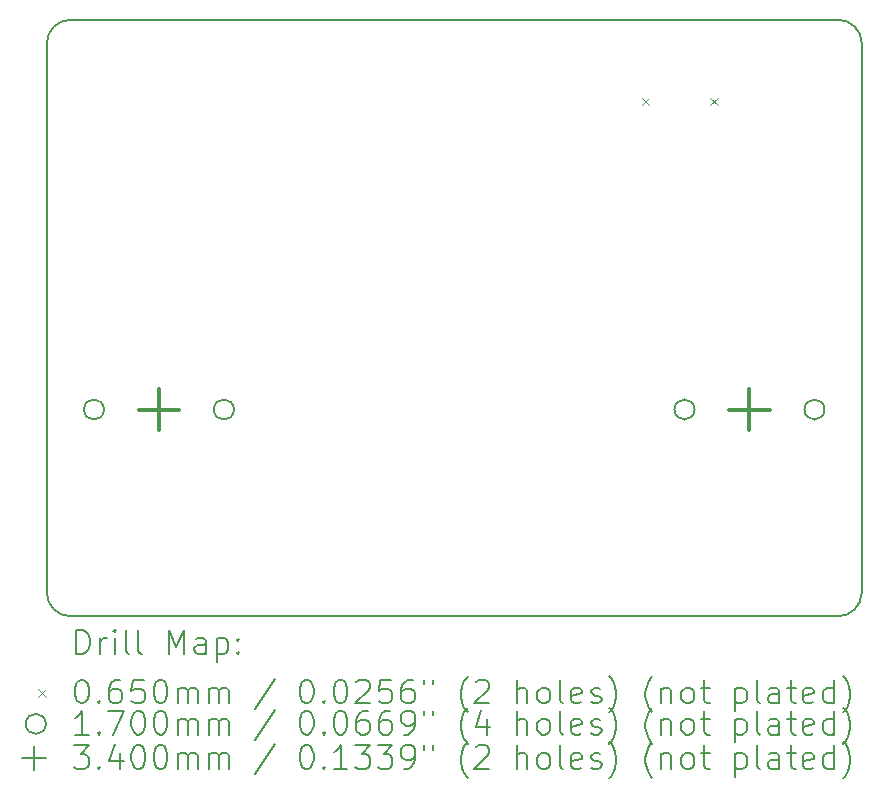
<source format=gbr>
%FSLAX45Y45*%
G04 Gerber Fmt 4.5, Leading zero omitted, Abs format (unit mm)*
G04 Created by KiCad (PCBNEW (6.0.0)) date 2021-12-27 13:21:02*
%MOMM*%
%LPD*%
G01*
G04 APERTURE LIST*
%TA.AperFunction,Profile*%
%ADD10C,0.150000*%
%TD*%
%ADD11C,0.200000*%
%ADD12C,0.065000*%
%ADD13C,0.170000*%
%ADD14C,0.340000*%
G04 APERTURE END LIST*
D10*
X6700000Y-5050000D02*
G75*
G03*
X6900000Y-4850000I0J200000D01*
G01*
X0Y-4850000D02*
G75*
G03*
X200000Y-5050000I200000J0D01*
G01*
X200000Y0D02*
G75*
G03*
X0Y-200000I0J-200000D01*
G01*
X6900000Y-200000D02*
G75*
G03*
X6700000Y0I-200000J0D01*
G01*
X0Y-4850000D02*
X0Y-200000D01*
X6700000Y-5050000D02*
X200000Y-5050000D01*
X6900000Y-200000D02*
X6900000Y-4850000D01*
X200000Y0D02*
X6700000Y0D01*
D11*
D12*
X5037900Y-659300D02*
X5102900Y-724300D01*
X5102900Y-659300D02*
X5037900Y-724300D01*
X5615900Y-659300D02*
X5680900Y-724300D01*
X5680900Y-659300D02*
X5615900Y-724300D01*
D13*
X485000Y-3300000D02*
G75*
G03*
X485000Y-3300000I-85000J0D01*
G01*
X1585000Y-3300000D02*
G75*
G03*
X1585000Y-3300000I-85000J0D01*
G01*
X5485000Y-3300000D02*
G75*
G03*
X5485000Y-3300000I-85000J0D01*
G01*
X6585000Y-3300000D02*
G75*
G03*
X6585000Y-3300000I-85000J0D01*
G01*
D14*
X950000Y-3130000D02*
X950000Y-3470000D01*
X780000Y-3300000D02*
X1120000Y-3300000D01*
X5950000Y-3130000D02*
X5950000Y-3470000D01*
X5780000Y-3300000D02*
X6120000Y-3300000D01*
D11*
X250119Y-5367976D02*
X250119Y-5167976D01*
X297738Y-5167976D01*
X326310Y-5177500D01*
X345357Y-5196548D01*
X354881Y-5215595D01*
X364405Y-5253690D01*
X364405Y-5282262D01*
X354881Y-5320357D01*
X345357Y-5339405D01*
X326310Y-5358452D01*
X297738Y-5367976D01*
X250119Y-5367976D01*
X450119Y-5367976D02*
X450119Y-5234643D01*
X450119Y-5272738D02*
X459643Y-5253690D01*
X469167Y-5244167D01*
X488214Y-5234643D01*
X507262Y-5234643D01*
X573929Y-5367976D02*
X573929Y-5234643D01*
X573929Y-5167976D02*
X564405Y-5177500D01*
X573929Y-5187024D01*
X583452Y-5177500D01*
X573929Y-5167976D01*
X573929Y-5187024D01*
X697738Y-5367976D02*
X678690Y-5358452D01*
X669167Y-5339405D01*
X669167Y-5167976D01*
X802500Y-5367976D02*
X783452Y-5358452D01*
X773928Y-5339405D01*
X773928Y-5167976D01*
X1031071Y-5367976D02*
X1031071Y-5167976D01*
X1097738Y-5310833D01*
X1164405Y-5167976D01*
X1164405Y-5367976D01*
X1345357Y-5367976D02*
X1345357Y-5263214D01*
X1335833Y-5244167D01*
X1316786Y-5234643D01*
X1278690Y-5234643D01*
X1259643Y-5244167D01*
X1345357Y-5358452D02*
X1326310Y-5367976D01*
X1278690Y-5367976D01*
X1259643Y-5358452D01*
X1250119Y-5339405D01*
X1250119Y-5320357D01*
X1259643Y-5301310D01*
X1278690Y-5291786D01*
X1326310Y-5291786D01*
X1345357Y-5282262D01*
X1440595Y-5234643D02*
X1440595Y-5434643D01*
X1440595Y-5244167D02*
X1459643Y-5234643D01*
X1497738Y-5234643D01*
X1516786Y-5244167D01*
X1526309Y-5253690D01*
X1535833Y-5272738D01*
X1535833Y-5329881D01*
X1526309Y-5348929D01*
X1516786Y-5358452D01*
X1497738Y-5367976D01*
X1459643Y-5367976D01*
X1440595Y-5358452D01*
X1621548Y-5348929D02*
X1631071Y-5358452D01*
X1621548Y-5367976D01*
X1612024Y-5358452D01*
X1621548Y-5348929D01*
X1621548Y-5367976D01*
X1621548Y-5244167D02*
X1631071Y-5253690D01*
X1621548Y-5263214D01*
X1612024Y-5253690D01*
X1621548Y-5244167D01*
X1621548Y-5263214D01*
D12*
X-72500Y-5665000D02*
X-7500Y-5730000D01*
X-7500Y-5665000D02*
X-72500Y-5730000D01*
D11*
X288214Y-5587976D02*
X307262Y-5587976D01*
X326310Y-5597500D01*
X335833Y-5607024D01*
X345357Y-5626071D01*
X354881Y-5664167D01*
X354881Y-5711786D01*
X345357Y-5749881D01*
X335833Y-5768928D01*
X326310Y-5778452D01*
X307262Y-5787976D01*
X288214Y-5787976D01*
X269167Y-5778452D01*
X259643Y-5768928D01*
X250119Y-5749881D01*
X240595Y-5711786D01*
X240595Y-5664167D01*
X250119Y-5626071D01*
X259643Y-5607024D01*
X269167Y-5597500D01*
X288214Y-5587976D01*
X440595Y-5768928D02*
X450119Y-5778452D01*
X440595Y-5787976D01*
X431071Y-5778452D01*
X440595Y-5768928D01*
X440595Y-5787976D01*
X621548Y-5587976D02*
X583452Y-5587976D01*
X564405Y-5597500D01*
X554881Y-5607024D01*
X535833Y-5635595D01*
X526310Y-5673690D01*
X526310Y-5749881D01*
X535833Y-5768928D01*
X545357Y-5778452D01*
X564405Y-5787976D01*
X602500Y-5787976D01*
X621548Y-5778452D01*
X631071Y-5768928D01*
X640595Y-5749881D01*
X640595Y-5702262D01*
X631071Y-5683214D01*
X621548Y-5673690D01*
X602500Y-5664167D01*
X564405Y-5664167D01*
X545357Y-5673690D01*
X535833Y-5683214D01*
X526310Y-5702262D01*
X821548Y-5587976D02*
X726309Y-5587976D01*
X716786Y-5683214D01*
X726309Y-5673690D01*
X745357Y-5664167D01*
X792976Y-5664167D01*
X812024Y-5673690D01*
X821548Y-5683214D01*
X831071Y-5702262D01*
X831071Y-5749881D01*
X821548Y-5768928D01*
X812024Y-5778452D01*
X792976Y-5787976D01*
X745357Y-5787976D01*
X726309Y-5778452D01*
X716786Y-5768928D01*
X954881Y-5587976D02*
X973928Y-5587976D01*
X992976Y-5597500D01*
X1002500Y-5607024D01*
X1012024Y-5626071D01*
X1021548Y-5664167D01*
X1021548Y-5711786D01*
X1012024Y-5749881D01*
X1002500Y-5768928D01*
X992976Y-5778452D01*
X973928Y-5787976D01*
X954881Y-5787976D01*
X935833Y-5778452D01*
X926309Y-5768928D01*
X916786Y-5749881D01*
X907262Y-5711786D01*
X907262Y-5664167D01*
X916786Y-5626071D01*
X926309Y-5607024D01*
X935833Y-5597500D01*
X954881Y-5587976D01*
X1107262Y-5787976D02*
X1107262Y-5654643D01*
X1107262Y-5673690D02*
X1116786Y-5664167D01*
X1135833Y-5654643D01*
X1164405Y-5654643D01*
X1183452Y-5664167D01*
X1192976Y-5683214D01*
X1192976Y-5787976D01*
X1192976Y-5683214D02*
X1202500Y-5664167D01*
X1221548Y-5654643D01*
X1250119Y-5654643D01*
X1269167Y-5664167D01*
X1278690Y-5683214D01*
X1278690Y-5787976D01*
X1373929Y-5787976D02*
X1373929Y-5654643D01*
X1373929Y-5673690D02*
X1383452Y-5664167D01*
X1402500Y-5654643D01*
X1431071Y-5654643D01*
X1450119Y-5664167D01*
X1459643Y-5683214D01*
X1459643Y-5787976D01*
X1459643Y-5683214D02*
X1469167Y-5664167D01*
X1488214Y-5654643D01*
X1516786Y-5654643D01*
X1535833Y-5664167D01*
X1545357Y-5683214D01*
X1545357Y-5787976D01*
X1935833Y-5578452D02*
X1764405Y-5835595D01*
X2192976Y-5587976D02*
X2212024Y-5587976D01*
X2231071Y-5597500D01*
X2240595Y-5607024D01*
X2250119Y-5626071D01*
X2259643Y-5664167D01*
X2259643Y-5711786D01*
X2250119Y-5749881D01*
X2240595Y-5768928D01*
X2231071Y-5778452D01*
X2212024Y-5787976D01*
X2192976Y-5787976D01*
X2173929Y-5778452D01*
X2164405Y-5768928D01*
X2154881Y-5749881D01*
X2145357Y-5711786D01*
X2145357Y-5664167D01*
X2154881Y-5626071D01*
X2164405Y-5607024D01*
X2173929Y-5597500D01*
X2192976Y-5587976D01*
X2345357Y-5768928D02*
X2354881Y-5778452D01*
X2345357Y-5787976D01*
X2335833Y-5778452D01*
X2345357Y-5768928D01*
X2345357Y-5787976D01*
X2478690Y-5587976D02*
X2497738Y-5587976D01*
X2516786Y-5597500D01*
X2526310Y-5607024D01*
X2535833Y-5626071D01*
X2545357Y-5664167D01*
X2545357Y-5711786D01*
X2535833Y-5749881D01*
X2526310Y-5768928D01*
X2516786Y-5778452D01*
X2497738Y-5787976D01*
X2478690Y-5787976D01*
X2459643Y-5778452D01*
X2450119Y-5768928D01*
X2440595Y-5749881D01*
X2431071Y-5711786D01*
X2431071Y-5664167D01*
X2440595Y-5626071D01*
X2450119Y-5607024D01*
X2459643Y-5597500D01*
X2478690Y-5587976D01*
X2621548Y-5607024D02*
X2631071Y-5597500D01*
X2650119Y-5587976D01*
X2697738Y-5587976D01*
X2716786Y-5597500D01*
X2726310Y-5607024D01*
X2735833Y-5626071D01*
X2735833Y-5645119D01*
X2726310Y-5673690D01*
X2612024Y-5787976D01*
X2735833Y-5787976D01*
X2916786Y-5587976D02*
X2821548Y-5587976D01*
X2812024Y-5683214D01*
X2821548Y-5673690D01*
X2840595Y-5664167D01*
X2888214Y-5664167D01*
X2907262Y-5673690D01*
X2916786Y-5683214D01*
X2926309Y-5702262D01*
X2926309Y-5749881D01*
X2916786Y-5768928D01*
X2907262Y-5778452D01*
X2888214Y-5787976D01*
X2840595Y-5787976D01*
X2821548Y-5778452D01*
X2812024Y-5768928D01*
X3097738Y-5587976D02*
X3059643Y-5587976D01*
X3040595Y-5597500D01*
X3031071Y-5607024D01*
X3012024Y-5635595D01*
X3002500Y-5673690D01*
X3002500Y-5749881D01*
X3012024Y-5768928D01*
X3021548Y-5778452D01*
X3040595Y-5787976D01*
X3078690Y-5787976D01*
X3097738Y-5778452D01*
X3107262Y-5768928D01*
X3116786Y-5749881D01*
X3116786Y-5702262D01*
X3107262Y-5683214D01*
X3097738Y-5673690D01*
X3078690Y-5664167D01*
X3040595Y-5664167D01*
X3021548Y-5673690D01*
X3012024Y-5683214D01*
X3002500Y-5702262D01*
X3192976Y-5587976D02*
X3192976Y-5626071D01*
X3269167Y-5587976D02*
X3269167Y-5626071D01*
X3564405Y-5864167D02*
X3554881Y-5854643D01*
X3535833Y-5826071D01*
X3526309Y-5807024D01*
X3516786Y-5778452D01*
X3507262Y-5730833D01*
X3507262Y-5692738D01*
X3516786Y-5645119D01*
X3526309Y-5616548D01*
X3535833Y-5597500D01*
X3554881Y-5568929D01*
X3564405Y-5559405D01*
X3631071Y-5607024D02*
X3640595Y-5597500D01*
X3659643Y-5587976D01*
X3707262Y-5587976D01*
X3726309Y-5597500D01*
X3735833Y-5607024D01*
X3745357Y-5626071D01*
X3745357Y-5645119D01*
X3735833Y-5673690D01*
X3621548Y-5787976D01*
X3745357Y-5787976D01*
X3983452Y-5787976D02*
X3983452Y-5587976D01*
X4069167Y-5787976D02*
X4069167Y-5683214D01*
X4059643Y-5664167D01*
X4040595Y-5654643D01*
X4012024Y-5654643D01*
X3992976Y-5664167D01*
X3983452Y-5673690D01*
X4192976Y-5787976D02*
X4173928Y-5778452D01*
X4164405Y-5768928D01*
X4154881Y-5749881D01*
X4154881Y-5692738D01*
X4164405Y-5673690D01*
X4173928Y-5664167D01*
X4192976Y-5654643D01*
X4221548Y-5654643D01*
X4240595Y-5664167D01*
X4250119Y-5673690D01*
X4259643Y-5692738D01*
X4259643Y-5749881D01*
X4250119Y-5768928D01*
X4240595Y-5778452D01*
X4221548Y-5787976D01*
X4192976Y-5787976D01*
X4373929Y-5787976D02*
X4354881Y-5778452D01*
X4345357Y-5759405D01*
X4345357Y-5587976D01*
X4526310Y-5778452D02*
X4507262Y-5787976D01*
X4469167Y-5787976D01*
X4450119Y-5778452D01*
X4440595Y-5759405D01*
X4440595Y-5683214D01*
X4450119Y-5664167D01*
X4469167Y-5654643D01*
X4507262Y-5654643D01*
X4526310Y-5664167D01*
X4535833Y-5683214D01*
X4535833Y-5702262D01*
X4440595Y-5721309D01*
X4612024Y-5778452D02*
X4631071Y-5787976D01*
X4669167Y-5787976D01*
X4688214Y-5778452D01*
X4697738Y-5759405D01*
X4697738Y-5749881D01*
X4688214Y-5730833D01*
X4669167Y-5721309D01*
X4640595Y-5721309D01*
X4621548Y-5711786D01*
X4612024Y-5692738D01*
X4612024Y-5683214D01*
X4621548Y-5664167D01*
X4640595Y-5654643D01*
X4669167Y-5654643D01*
X4688214Y-5664167D01*
X4764405Y-5864167D02*
X4773929Y-5854643D01*
X4792976Y-5826071D01*
X4802500Y-5807024D01*
X4812024Y-5778452D01*
X4821548Y-5730833D01*
X4821548Y-5692738D01*
X4812024Y-5645119D01*
X4802500Y-5616548D01*
X4792976Y-5597500D01*
X4773929Y-5568929D01*
X4764405Y-5559405D01*
X5126310Y-5864167D02*
X5116786Y-5854643D01*
X5097738Y-5826071D01*
X5088214Y-5807024D01*
X5078690Y-5778452D01*
X5069167Y-5730833D01*
X5069167Y-5692738D01*
X5078690Y-5645119D01*
X5088214Y-5616548D01*
X5097738Y-5597500D01*
X5116786Y-5568929D01*
X5126310Y-5559405D01*
X5202500Y-5654643D02*
X5202500Y-5787976D01*
X5202500Y-5673690D02*
X5212024Y-5664167D01*
X5231071Y-5654643D01*
X5259643Y-5654643D01*
X5278690Y-5664167D01*
X5288214Y-5683214D01*
X5288214Y-5787976D01*
X5412024Y-5787976D02*
X5392976Y-5778452D01*
X5383452Y-5768928D01*
X5373929Y-5749881D01*
X5373929Y-5692738D01*
X5383452Y-5673690D01*
X5392976Y-5664167D01*
X5412024Y-5654643D01*
X5440595Y-5654643D01*
X5459643Y-5664167D01*
X5469167Y-5673690D01*
X5478690Y-5692738D01*
X5478690Y-5749881D01*
X5469167Y-5768928D01*
X5459643Y-5778452D01*
X5440595Y-5787976D01*
X5412024Y-5787976D01*
X5535833Y-5654643D02*
X5612024Y-5654643D01*
X5564405Y-5587976D02*
X5564405Y-5759405D01*
X5573929Y-5778452D01*
X5592976Y-5787976D01*
X5612024Y-5787976D01*
X5831071Y-5654643D02*
X5831071Y-5854643D01*
X5831071Y-5664167D02*
X5850119Y-5654643D01*
X5888214Y-5654643D01*
X5907262Y-5664167D01*
X5916786Y-5673690D01*
X5926309Y-5692738D01*
X5926309Y-5749881D01*
X5916786Y-5768928D01*
X5907262Y-5778452D01*
X5888214Y-5787976D01*
X5850119Y-5787976D01*
X5831071Y-5778452D01*
X6040595Y-5787976D02*
X6021548Y-5778452D01*
X6012024Y-5759405D01*
X6012024Y-5587976D01*
X6202500Y-5787976D02*
X6202500Y-5683214D01*
X6192976Y-5664167D01*
X6173928Y-5654643D01*
X6135833Y-5654643D01*
X6116786Y-5664167D01*
X6202500Y-5778452D02*
X6183452Y-5787976D01*
X6135833Y-5787976D01*
X6116786Y-5778452D01*
X6107262Y-5759405D01*
X6107262Y-5740357D01*
X6116786Y-5721309D01*
X6135833Y-5711786D01*
X6183452Y-5711786D01*
X6202500Y-5702262D01*
X6269167Y-5654643D02*
X6345357Y-5654643D01*
X6297738Y-5587976D02*
X6297738Y-5759405D01*
X6307262Y-5778452D01*
X6326309Y-5787976D01*
X6345357Y-5787976D01*
X6488214Y-5778452D02*
X6469167Y-5787976D01*
X6431071Y-5787976D01*
X6412024Y-5778452D01*
X6402500Y-5759405D01*
X6402500Y-5683214D01*
X6412024Y-5664167D01*
X6431071Y-5654643D01*
X6469167Y-5654643D01*
X6488214Y-5664167D01*
X6497738Y-5683214D01*
X6497738Y-5702262D01*
X6402500Y-5721309D01*
X6669167Y-5787976D02*
X6669167Y-5587976D01*
X6669167Y-5778452D02*
X6650119Y-5787976D01*
X6612024Y-5787976D01*
X6592976Y-5778452D01*
X6583452Y-5768928D01*
X6573928Y-5749881D01*
X6573928Y-5692738D01*
X6583452Y-5673690D01*
X6592976Y-5664167D01*
X6612024Y-5654643D01*
X6650119Y-5654643D01*
X6669167Y-5664167D01*
X6745357Y-5864167D02*
X6754881Y-5854643D01*
X6773928Y-5826071D01*
X6783452Y-5807024D01*
X6792976Y-5778452D01*
X6802500Y-5730833D01*
X6802500Y-5692738D01*
X6792976Y-5645119D01*
X6783452Y-5616548D01*
X6773928Y-5597500D01*
X6754881Y-5568929D01*
X6745357Y-5559405D01*
D13*
X-7500Y-5961500D02*
G75*
G03*
X-7500Y-5961500I-85000J0D01*
G01*
D11*
X354881Y-6051976D02*
X240595Y-6051976D01*
X297738Y-6051976D02*
X297738Y-5851976D01*
X278690Y-5880548D01*
X259643Y-5899595D01*
X240595Y-5909119D01*
X440595Y-6032928D02*
X450119Y-6042452D01*
X440595Y-6051976D01*
X431071Y-6042452D01*
X440595Y-6032928D01*
X440595Y-6051976D01*
X516786Y-5851976D02*
X650119Y-5851976D01*
X564405Y-6051976D01*
X764405Y-5851976D02*
X783452Y-5851976D01*
X802500Y-5861500D01*
X812024Y-5871024D01*
X821548Y-5890071D01*
X831071Y-5928167D01*
X831071Y-5975786D01*
X821548Y-6013881D01*
X812024Y-6032928D01*
X802500Y-6042452D01*
X783452Y-6051976D01*
X764405Y-6051976D01*
X745357Y-6042452D01*
X735833Y-6032928D01*
X726309Y-6013881D01*
X716786Y-5975786D01*
X716786Y-5928167D01*
X726309Y-5890071D01*
X735833Y-5871024D01*
X745357Y-5861500D01*
X764405Y-5851976D01*
X954881Y-5851976D02*
X973928Y-5851976D01*
X992976Y-5861500D01*
X1002500Y-5871024D01*
X1012024Y-5890071D01*
X1021548Y-5928167D01*
X1021548Y-5975786D01*
X1012024Y-6013881D01*
X1002500Y-6032928D01*
X992976Y-6042452D01*
X973928Y-6051976D01*
X954881Y-6051976D01*
X935833Y-6042452D01*
X926309Y-6032928D01*
X916786Y-6013881D01*
X907262Y-5975786D01*
X907262Y-5928167D01*
X916786Y-5890071D01*
X926309Y-5871024D01*
X935833Y-5861500D01*
X954881Y-5851976D01*
X1107262Y-6051976D02*
X1107262Y-5918643D01*
X1107262Y-5937690D02*
X1116786Y-5928167D01*
X1135833Y-5918643D01*
X1164405Y-5918643D01*
X1183452Y-5928167D01*
X1192976Y-5947214D01*
X1192976Y-6051976D01*
X1192976Y-5947214D02*
X1202500Y-5928167D01*
X1221548Y-5918643D01*
X1250119Y-5918643D01*
X1269167Y-5928167D01*
X1278690Y-5947214D01*
X1278690Y-6051976D01*
X1373929Y-6051976D02*
X1373929Y-5918643D01*
X1373929Y-5937690D02*
X1383452Y-5928167D01*
X1402500Y-5918643D01*
X1431071Y-5918643D01*
X1450119Y-5928167D01*
X1459643Y-5947214D01*
X1459643Y-6051976D01*
X1459643Y-5947214D02*
X1469167Y-5928167D01*
X1488214Y-5918643D01*
X1516786Y-5918643D01*
X1535833Y-5928167D01*
X1545357Y-5947214D01*
X1545357Y-6051976D01*
X1935833Y-5842452D02*
X1764405Y-6099595D01*
X2192976Y-5851976D02*
X2212024Y-5851976D01*
X2231071Y-5861500D01*
X2240595Y-5871024D01*
X2250119Y-5890071D01*
X2259643Y-5928167D01*
X2259643Y-5975786D01*
X2250119Y-6013881D01*
X2240595Y-6032928D01*
X2231071Y-6042452D01*
X2212024Y-6051976D01*
X2192976Y-6051976D01*
X2173929Y-6042452D01*
X2164405Y-6032928D01*
X2154881Y-6013881D01*
X2145357Y-5975786D01*
X2145357Y-5928167D01*
X2154881Y-5890071D01*
X2164405Y-5871024D01*
X2173929Y-5861500D01*
X2192976Y-5851976D01*
X2345357Y-6032928D02*
X2354881Y-6042452D01*
X2345357Y-6051976D01*
X2335833Y-6042452D01*
X2345357Y-6032928D01*
X2345357Y-6051976D01*
X2478690Y-5851976D02*
X2497738Y-5851976D01*
X2516786Y-5861500D01*
X2526310Y-5871024D01*
X2535833Y-5890071D01*
X2545357Y-5928167D01*
X2545357Y-5975786D01*
X2535833Y-6013881D01*
X2526310Y-6032928D01*
X2516786Y-6042452D01*
X2497738Y-6051976D01*
X2478690Y-6051976D01*
X2459643Y-6042452D01*
X2450119Y-6032928D01*
X2440595Y-6013881D01*
X2431071Y-5975786D01*
X2431071Y-5928167D01*
X2440595Y-5890071D01*
X2450119Y-5871024D01*
X2459643Y-5861500D01*
X2478690Y-5851976D01*
X2716786Y-5851976D02*
X2678690Y-5851976D01*
X2659643Y-5861500D01*
X2650119Y-5871024D01*
X2631071Y-5899595D01*
X2621548Y-5937690D01*
X2621548Y-6013881D01*
X2631071Y-6032928D01*
X2640595Y-6042452D01*
X2659643Y-6051976D01*
X2697738Y-6051976D01*
X2716786Y-6042452D01*
X2726310Y-6032928D01*
X2735833Y-6013881D01*
X2735833Y-5966262D01*
X2726310Y-5947214D01*
X2716786Y-5937690D01*
X2697738Y-5928167D01*
X2659643Y-5928167D01*
X2640595Y-5937690D01*
X2631071Y-5947214D01*
X2621548Y-5966262D01*
X2907262Y-5851976D02*
X2869167Y-5851976D01*
X2850119Y-5861500D01*
X2840595Y-5871024D01*
X2821548Y-5899595D01*
X2812024Y-5937690D01*
X2812024Y-6013881D01*
X2821548Y-6032928D01*
X2831071Y-6042452D01*
X2850119Y-6051976D01*
X2888214Y-6051976D01*
X2907262Y-6042452D01*
X2916786Y-6032928D01*
X2926309Y-6013881D01*
X2926309Y-5966262D01*
X2916786Y-5947214D01*
X2907262Y-5937690D01*
X2888214Y-5928167D01*
X2850119Y-5928167D01*
X2831071Y-5937690D01*
X2821548Y-5947214D01*
X2812024Y-5966262D01*
X3021548Y-6051976D02*
X3059643Y-6051976D01*
X3078690Y-6042452D01*
X3088214Y-6032928D01*
X3107262Y-6004357D01*
X3116786Y-5966262D01*
X3116786Y-5890071D01*
X3107262Y-5871024D01*
X3097738Y-5861500D01*
X3078690Y-5851976D01*
X3040595Y-5851976D01*
X3021548Y-5861500D01*
X3012024Y-5871024D01*
X3002500Y-5890071D01*
X3002500Y-5937690D01*
X3012024Y-5956738D01*
X3021548Y-5966262D01*
X3040595Y-5975786D01*
X3078690Y-5975786D01*
X3097738Y-5966262D01*
X3107262Y-5956738D01*
X3116786Y-5937690D01*
X3192976Y-5851976D02*
X3192976Y-5890071D01*
X3269167Y-5851976D02*
X3269167Y-5890071D01*
X3564405Y-6128167D02*
X3554881Y-6118643D01*
X3535833Y-6090071D01*
X3526309Y-6071024D01*
X3516786Y-6042452D01*
X3507262Y-5994833D01*
X3507262Y-5956738D01*
X3516786Y-5909119D01*
X3526309Y-5880548D01*
X3535833Y-5861500D01*
X3554881Y-5832928D01*
X3564405Y-5823405D01*
X3726309Y-5918643D02*
X3726309Y-6051976D01*
X3678690Y-5842452D02*
X3631071Y-5985309D01*
X3754881Y-5985309D01*
X3983452Y-6051976D02*
X3983452Y-5851976D01*
X4069167Y-6051976D02*
X4069167Y-5947214D01*
X4059643Y-5928167D01*
X4040595Y-5918643D01*
X4012024Y-5918643D01*
X3992976Y-5928167D01*
X3983452Y-5937690D01*
X4192976Y-6051976D02*
X4173928Y-6042452D01*
X4164405Y-6032928D01*
X4154881Y-6013881D01*
X4154881Y-5956738D01*
X4164405Y-5937690D01*
X4173928Y-5928167D01*
X4192976Y-5918643D01*
X4221548Y-5918643D01*
X4240595Y-5928167D01*
X4250119Y-5937690D01*
X4259643Y-5956738D01*
X4259643Y-6013881D01*
X4250119Y-6032928D01*
X4240595Y-6042452D01*
X4221548Y-6051976D01*
X4192976Y-6051976D01*
X4373929Y-6051976D02*
X4354881Y-6042452D01*
X4345357Y-6023405D01*
X4345357Y-5851976D01*
X4526310Y-6042452D02*
X4507262Y-6051976D01*
X4469167Y-6051976D01*
X4450119Y-6042452D01*
X4440595Y-6023405D01*
X4440595Y-5947214D01*
X4450119Y-5928167D01*
X4469167Y-5918643D01*
X4507262Y-5918643D01*
X4526310Y-5928167D01*
X4535833Y-5947214D01*
X4535833Y-5966262D01*
X4440595Y-5985309D01*
X4612024Y-6042452D02*
X4631071Y-6051976D01*
X4669167Y-6051976D01*
X4688214Y-6042452D01*
X4697738Y-6023405D01*
X4697738Y-6013881D01*
X4688214Y-5994833D01*
X4669167Y-5985309D01*
X4640595Y-5985309D01*
X4621548Y-5975786D01*
X4612024Y-5956738D01*
X4612024Y-5947214D01*
X4621548Y-5928167D01*
X4640595Y-5918643D01*
X4669167Y-5918643D01*
X4688214Y-5928167D01*
X4764405Y-6128167D02*
X4773929Y-6118643D01*
X4792976Y-6090071D01*
X4802500Y-6071024D01*
X4812024Y-6042452D01*
X4821548Y-5994833D01*
X4821548Y-5956738D01*
X4812024Y-5909119D01*
X4802500Y-5880548D01*
X4792976Y-5861500D01*
X4773929Y-5832928D01*
X4764405Y-5823405D01*
X5126310Y-6128167D02*
X5116786Y-6118643D01*
X5097738Y-6090071D01*
X5088214Y-6071024D01*
X5078690Y-6042452D01*
X5069167Y-5994833D01*
X5069167Y-5956738D01*
X5078690Y-5909119D01*
X5088214Y-5880548D01*
X5097738Y-5861500D01*
X5116786Y-5832928D01*
X5126310Y-5823405D01*
X5202500Y-5918643D02*
X5202500Y-6051976D01*
X5202500Y-5937690D02*
X5212024Y-5928167D01*
X5231071Y-5918643D01*
X5259643Y-5918643D01*
X5278690Y-5928167D01*
X5288214Y-5947214D01*
X5288214Y-6051976D01*
X5412024Y-6051976D02*
X5392976Y-6042452D01*
X5383452Y-6032928D01*
X5373929Y-6013881D01*
X5373929Y-5956738D01*
X5383452Y-5937690D01*
X5392976Y-5928167D01*
X5412024Y-5918643D01*
X5440595Y-5918643D01*
X5459643Y-5928167D01*
X5469167Y-5937690D01*
X5478690Y-5956738D01*
X5478690Y-6013881D01*
X5469167Y-6032928D01*
X5459643Y-6042452D01*
X5440595Y-6051976D01*
X5412024Y-6051976D01*
X5535833Y-5918643D02*
X5612024Y-5918643D01*
X5564405Y-5851976D02*
X5564405Y-6023405D01*
X5573929Y-6042452D01*
X5592976Y-6051976D01*
X5612024Y-6051976D01*
X5831071Y-5918643D02*
X5831071Y-6118643D01*
X5831071Y-5928167D02*
X5850119Y-5918643D01*
X5888214Y-5918643D01*
X5907262Y-5928167D01*
X5916786Y-5937690D01*
X5926309Y-5956738D01*
X5926309Y-6013881D01*
X5916786Y-6032928D01*
X5907262Y-6042452D01*
X5888214Y-6051976D01*
X5850119Y-6051976D01*
X5831071Y-6042452D01*
X6040595Y-6051976D02*
X6021548Y-6042452D01*
X6012024Y-6023405D01*
X6012024Y-5851976D01*
X6202500Y-6051976D02*
X6202500Y-5947214D01*
X6192976Y-5928167D01*
X6173928Y-5918643D01*
X6135833Y-5918643D01*
X6116786Y-5928167D01*
X6202500Y-6042452D02*
X6183452Y-6051976D01*
X6135833Y-6051976D01*
X6116786Y-6042452D01*
X6107262Y-6023405D01*
X6107262Y-6004357D01*
X6116786Y-5985309D01*
X6135833Y-5975786D01*
X6183452Y-5975786D01*
X6202500Y-5966262D01*
X6269167Y-5918643D02*
X6345357Y-5918643D01*
X6297738Y-5851976D02*
X6297738Y-6023405D01*
X6307262Y-6042452D01*
X6326309Y-6051976D01*
X6345357Y-6051976D01*
X6488214Y-6042452D02*
X6469167Y-6051976D01*
X6431071Y-6051976D01*
X6412024Y-6042452D01*
X6402500Y-6023405D01*
X6402500Y-5947214D01*
X6412024Y-5928167D01*
X6431071Y-5918643D01*
X6469167Y-5918643D01*
X6488214Y-5928167D01*
X6497738Y-5947214D01*
X6497738Y-5966262D01*
X6402500Y-5985309D01*
X6669167Y-6051976D02*
X6669167Y-5851976D01*
X6669167Y-6042452D02*
X6650119Y-6051976D01*
X6612024Y-6051976D01*
X6592976Y-6042452D01*
X6583452Y-6032928D01*
X6573928Y-6013881D01*
X6573928Y-5956738D01*
X6583452Y-5937690D01*
X6592976Y-5928167D01*
X6612024Y-5918643D01*
X6650119Y-5918643D01*
X6669167Y-5928167D01*
X6745357Y-6128167D02*
X6754881Y-6118643D01*
X6773928Y-6090071D01*
X6783452Y-6071024D01*
X6792976Y-6042452D01*
X6802500Y-5994833D01*
X6802500Y-5956738D01*
X6792976Y-5909119D01*
X6783452Y-5880548D01*
X6773928Y-5861500D01*
X6754881Y-5832928D01*
X6745357Y-5823405D01*
X-107500Y-6151500D02*
X-107500Y-6351500D01*
X-207500Y-6251500D02*
X-7500Y-6251500D01*
X231071Y-6141976D02*
X354881Y-6141976D01*
X288214Y-6218167D01*
X316786Y-6218167D01*
X335833Y-6227690D01*
X345357Y-6237214D01*
X354881Y-6256262D01*
X354881Y-6303881D01*
X345357Y-6322928D01*
X335833Y-6332452D01*
X316786Y-6341976D01*
X259643Y-6341976D01*
X240595Y-6332452D01*
X231071Y-6322928D01*
X440595Y-6322928D02*
X450119Y-6332452D01*
X440595Y-6341976D01*
X431071Y-6332452D01*
X440595Y-6322928D01*
X440595Y-6341976D01*
X621548Y-6208643D02*
X621548Y-6341976D01*
X573929Y-6132452D02*
X526310Y-6275309D01*
X650119Y-6275309D01*
X764405Y-6141976D02*
X783452Y-6141976D01*
X802500Y-6151500D01*
X812024Y-6161024D01*
X821548Y-6180071D01*
X831071Y-6218167D01*
X831071Y-6265786D01*
X821548Y-6303881D01*
X812024Y-6322928D01*
X802500Y-6332452D01*
X783452Y-6341976D01*
X764405Y-6341976D01*
X745357Y-6332452D01*
X735833Y-6322928D01*
X726309Y-6303881D01*
X716786Y-6265786D01*
X716786Y-6218167D01*
X726309Y-6180071D01*
X735833Y-6161024D01*
X745357Y-6151500D01*
X764405Y-6141976D01*
X954881Y-6141976D02*
X973928Y-6141976D01*
X992976Y-6151500D01*
X1002500Y-6161024D01*
X1012024Y-6180071D01*
X1021548Y-6218167D01*
X1021548Y-6265786D01*
X1012024Y-6303881D01*
X1002500Y-6322928D01*
X992976Y-6332452D01*
X973928Y-6341976D01*
X954881Y-6341976D01*
X935833Y-6332452D01*
X926309Y-6322928D01*
X916786Y-6303881D01*
X907262Y-6265786D01*
X907262Y-6218167D01*
X916786Y-6180071D01*
X926309Y-6161024D01*
X935833Y-6151500D01*
X954881Y-6141976D01*
X1107262Y-6341976D02*
X1107262Y-6208643D01*
X1107262Y-6227690D02*
X1116786Y-6218167D01*
X1135833Y-6208643D01*
X1164405Y-6208643D01*
X1183452Y-6218167D01*
X1192976Y-6237214D01*
X1192976Y-6341976D01*
X1192976Y-6237214D02*
X1202500Y-6218167D01*
X1221548Y-6208643D01*
X1250119Y-6208643D01*
X1269167Y-6218167D01*
X1278690Y-6237214D01*
X1278690Y-6341976D01*
X1373929Y-6341976D02*
X1373929Y-6208643D01*
X1373929Y-6227690D02*
X1383452Y-6218167D01*
X1402500Y-6208643D01*
X1431071Y-6208643D01*
X1450119Y-6218167D01*
X1459643Y-6237214D01*
X1459643Y-6341976D01*
X1459643Y-6237214D02*
X1469167Y-6218167D01*
X1488214Y-6208643D01*
X1516786Y-6208643D01*
X1535833Y-6218167D01*
X1545357Y-6237214D01*
X1545357Y-6341976D01*
X1935833Y-6132452D02*
X1764405Y-6389595D01*
X2192976Y-6141976D02*
X2212024Y-6141976D01*
X2231071Y-6151500D01*
X2240595Y-6161024D01*
X2250119Y-6180071D01*
X2259643Y-6218167D01*
X2259643Y-6265786D01*
X2250119Y-6303881D01*
X2240595Y-6322928D01*
X2231071Y-6332452D01*
X2212024Y-6341976D01*
X2192976Y-6341976D01*
X2173929Y-6332452D01*
X2164405Y-6322928D01*
X2154881Y-6303881D01*
X2145357Y-6265786D01*
X2145357Y-6218167D01*
X2154881Y-6180071D01*
X2164405Y-6161024D01*
X2173929Y-6151500D01*
X2192976Y-6141976D01*
X2345357Y-6322928D02*
X2354881Y-6332452D01*
X2345357Y-6341976D01*
X2335833Y-6332452D01*
X2345357Y-6322928D01*
X2345357Y-6341976D01*
X2545357Y-6341976D02*
X2431071Y-6341976D01*
X2488214Y-6341976D02*
X2488214Y-6141976D01*
X2469167Y-6170548D01*
X2450119Y-6189595D01*
X2431071Y-6199119D01*
X2612024Y-6141976D02*
X2735833Y-6141976D01*
X2669167Y-6218167D01*
X2697738Y-6218167D01*
X2716786Y-6227690D01*
X2726310Y-6237214D01*
X2735833Y-6256262D01*
X2735833Y-6303881D01*
X2726310Y-6322928D01*
X2716786Y-6332452D01*
X2697738Y-6341976D01*
X2640595Y-6341976D01*
X2621548Y-6332452D01*
X2612024Y-6322928D01*
X2802500Y-6141976D02*
X2926309Y-6141976D01*
X2859643Y-6218167D01*
X2888214Y-6218167D01*
X2907262Y-6227690D01*
X2916786Y-6237214D01*
X2926309Y-6256262D01*
X2926309Y-6303881D01*
X2916786Y-6322928D01*
X2907262Y-6332452D01*
X2888214Y-6341976D01*
X2831071Y-6341976D01*
X2812024Y-6332452D01*
X2802500Y-6322928D01*
X3021548Y-6341976D02*
X3059643Y-6341976D01*
X3078690Y-6332452D01*
X3088214Y-6322928D01*
X3107262Y-6294357D01*
X3116786Y-6256262D01*
X3116786Y-6180071D01*
X3107262Y-6161024D01*
X3097738Y-6151500D01*
X3078690Y-6141976D01*
X3040595Y-6141976D01*
X3021548Y-6151500D01*
X3012024Y-6161024D01*
X3002500Y-6180071D01*
X3002500Y-6227690D01*
X3012024Y-6246738D01*
X3021548Y-6256262D01*
X3040595Y-6265786D01*
X3078690Y-6265786D01*
X3097738Y-6256262D01*
X3107262Y-6246738D01*
X3116786Y-6227690D01*
X3192976Y-6141976D02*
X3192976Y-6180071D01*
X3269167Y-6141976D02*
X3269167Y-6180071D01*
X3564405Y-6418167D02*
X3554881Y-6408643D01*
X3535833Y-6380071D01*
X3526309Y-6361024D01*
X3516786Y-6332452D01*
X3507262Y-6284833D01*
X3507262Y-6246738D01*
X3516786Y-6199119D01*
X3526309Y-6170548D01*
X3535833Y-6151500D01*
X3554881Y-6122928D01*
X3564405Y-6113405D01*
X3631071Y-6161024D02*
X3640595Y-6151500D01*
X3659643Y-6141976D01*
X3707262Y-6141976D01*
X3726309Y-6151500D01*
X3735833Y-6161024D01*
X3745357Y-6180071D01*
X3745357Y-6199119D01*
X3735833Y-6227690D01*
X3621548Y-6341976D01*
X3745357Y-6341976D01*
X3983452Y-6341976D02*
X3983452Y-6141976D01*
X4069167Y-6341976D02*
X4069167Y-6237214D01*
X4059643Y-6218167D01*
X4040595Y-6208643D01*
X4012024Y-6208643D01*
X3992976Y-6218167D01*
X3983452Y-6227690D01*
X4192976Y-6341976D02*
X4173928Y-6332452D01*
X4164405Y-6322928D01*
X4154881Y-6303881D01*
X4154881Y-6246738D01*
X4164405Y-6227690D01*
X4173928Y-6218167D01*
X4192976Y-6208643D01*
X4221548Y-6208643D01*
X4240595Y-6218167D01*
X4250119Y-6227690D01*
X4259643Y-6246738D01*
X4259643Y-6303881D01*
X4250119Y-6322928D01*
X4240595Y-6332452D01*
X4221548Y-6341976D01*
X4192976Y-6341976D01*
X4373929Y-6341976D02*
X4354881Y-6332452D01*
X4345357Y-6313405D01*
X4345357Y-6141976D01*
X4526310Y-6332452D02*
X4507262Y-6341976D01*
X4469167Y-6341976D01*
X4450119Y-6332452D01*
X4440595Y-6313405D01*
X4440595Y-6237214D01*
X4450119Y-6218167D01*
X4469167Y-6208643D01*
X4507262Y-6208643D01*
X4526310Y-6218167D01*
X4535833Y-6237214D01*
X4535833Y-6256262D01*
X4440595Y-6275309D01*
X4612024Y-6332452D02*
X4631071Y-6341976D01*
X4669167Y-6341976D01*
X4688214Y-6332452D01*
X4697738Y-6313405D01*
X4697738Y-6303881D01*
X4688214Y-6284833D01*
X4669167Y-6275309D01*
X4640595Y-6275309D01*
X4621548Y-6265786D01*
X4612024Y-6246738D01*
X4612024Y-6237214D01*
X4621548Y-6218167D01*
X4640595Y-6208643D01*
X4669167Y-6208643D01*
X4688214Y-6218167D01*
X4764405Y-6418167D02*
X4773929Y-6408643D01*
X4792976Y-6380071D01*
X4802500Y-6361024D01*
X4812024Y-6332452D01*
X4821548Y-6284833D01*
X4821548Y-6246738D01*
X4812024Y-6199119D01*
X4802500Y-6170548D01*
X4792976Y-6151500D01*
X4773929Y-6122928D01*
X4764405Y-6113405D01*
X5126310Y-6418167D02*
X5116786Y-6408643D01*
X5097738Y-6380071D01*
X5088214Y-6361024D01*
X5078690Y-6332452D01*
X5069167Y-6284833D01*
X5069167Y-6246738D01*
X5078690Y-6199119D01*
X5088214Y-6170548D01*
X5097738Y-6151500D01*
X5116786Y-6122928D01*
X5126310Y-6113405D01*
X5202500Y-6208643D02*
X5202500Y-6341976D01*
X5202500Y-6227690D02*
X5212024Y-6218167D01*
X5231071Y-6208643D01*
X5259643Y-6208643D01*
X5278690Y-6218167D01*
X5288214Y-6237214D01*
X5288214Y-6341976D01*
X5412024Y-6341976D02*
X5392976Y-6332452D01*
X5383452Y-6322928D01*
X5373929Y-6303881D01*
X5373929Y-6246738D01*
X5383452Y-6227690D01*
X5392976Y-6218167D01*
X5412024Y-6208643D01*
X5440595Y-6208643D01*
X5459643Y-6218167D01*
X5469167Y-6227690D01*
X5478690Y-6246738D01*
X5478690Y-6303881D01*
X5469167Y-6322928D01*
X5459643Y-6332452D01*
X5440595Y-6341976D01*
X5412024Y-6341976D01*
X5535833Y-6208643D02*
X5612024Y-6208643D01*
X5564405Y-6141976D02*
X5564405Y-6313405D01*
X5573929Y-6332452D01*
X5592976Y-6341976D01*
X5612024Y-6341976D01*
X5831071Y-6208643D02*
X5831071Y-6408643D01*
X5831071Y-6218167D02*
X5850119Y-6208643D01*
X5888214Y-6208643D01*
X5907262Y-6218167D01*
X5916786Y-6227690D01*
X5926309Y-6246738D01*
X5926309Y-6303881D01*
X5916786Y-6322928D01*
X5907262Y-6332452D01*
X5888214Y-6341976D01*
X5850119Y-6341976D01*
X5831071Y-6332452D01*
X6040595Y-6341976D02*
X6021548Y-6332452D01*
X6012024Y-6313405D01*
X6012024Y-6141976D01*
X6202500Y-6341976D02*
X6202500Y-6237214D01*
X6192976Y-6218167D01*
X6173928Y-6208643D01*
X6135833Y-6208643D01*
X6116786Y-6218167D01*
X6202500Y-6332452D02*
X6183452Y-6341976D01*
X6135833Y-6341976D01*
X6116786Y-6332452D01*
X6107262Y-6313405D01*
X6107262Y-6294357D01*
X6116786Y-6275309D01*
X6135833Y-6265786D01*
X6183452Y-6265786D01*
X6202500Y-6256262D01*
X6269167Y-6208643D02*
X6345357Y-6208643D01*
X6297738Y-6141976D02*
X6297738Y-6313405D01*
X6307262Y-6332452D01*
X6326309Y-6341976D01*
X6345357Y-6341976D01*
X6488214Y-6332452D02*
X6469167Y-6341976D01*
X6431071Y-6341976D01*
X6412024Y-6332452D01*
X6402500Y-6313405D01*
X6402500Y-6237214D01*
X6412024Y-6218167D01*
X6431071Y-6208643D01*
X6469167Y-6208643D01*
X6488214Y-6218167D01*
X6497738Y-6237214D01*
X6497738Y-6256262D01*
X6402500Y-6275309D01*
X6669167Y-6341976D02*
X6669167Y-6141976D01*
X6669167Y-6332452D02*
X6650119Y-6341976D01*
X6612024Y-6341976D01*
X6592976Y-6332452D01*
X6583452Y-6322928D01*
X6573928Y-6303881D01*
X6573928Y-6246738D01*
X6583452Y-6227690D01*
X6592976Y-6218167D01*
X6612024Y-6208643D01*
X6650119Y-6208643D01*
X6669167Y-6218167D01*
X6745357Y-6418167D02*
X6754881Y-6408643D01*
X6773928Y-6380071D01*
X6783452Y-6361024D01*
X6792976Y-6332452D01*
X6802500Y-6284833D01*
X6802500Y-6246738D01*
X6792976Y-6199119D01*
X6783452Y-6170548D01*
X6773928Y-6151500D01*
X6754881Y-6122928D01*
X6745357Y-6113405D01*
M02*

</source>
